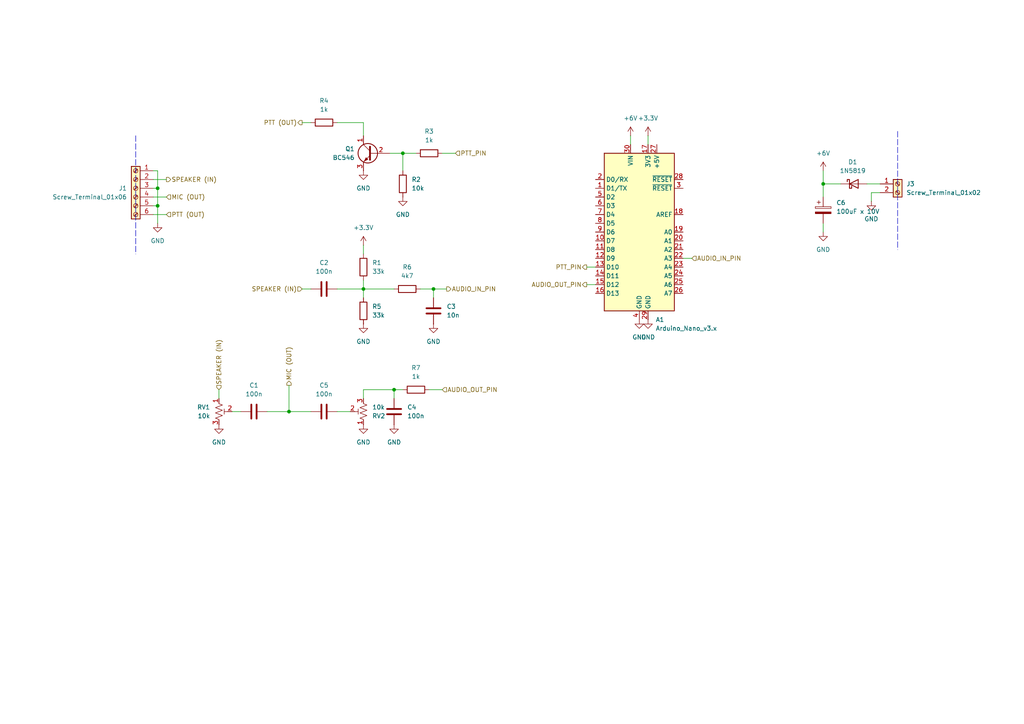
<source format=kicad_sch>
(kicad_sch (version 20231120) (generator "eeschema") (generator_version "8.0")
  (paper "A4")
  (title_block (title "Simple Repeater Controller") (date "2025-01-20") (company "LW6DIO | locosporlaradio.com.ar") (comment 1 "banda cruzada de bajo costo") (comment 2 "Controladora simple para repetidora"))
  (lib_symbols
    (symbol "Connector:Screw_Terminal_01x02" (pin_names (offset 1.016) hide)
      (property "Reference" "J" (at 0 2.54 0))
      (property "Value" "Screw_Terminal_01x02" (at 0 -5.08 0))
      (symbol "Screw_Terminal_01x02_1_1"
        (rectangle (start -1.27 1.27) (end 1.27 -3.81) (stroke (width 0.254)) (fill (type background)))
        (circle (center 0 -2.54) (radius 0.635) (stroke (width 0.1524)))
        (polyline (pts (xy -0.5334 -2.2098) (xy 0.3302 -3.048)) (stroke (width 0.1524)))
        (polyline (pts (xy -0.5334 0.3302) (xy 0.3302 -0.508)) (stroke (width 0.1524)))
        (polyline (pts (xy -0.3556 -2.032) (xy 0.508 -2.8702)) (stroke (width 0.1524)))
        (polyline (pts (xy -0.3556 0.508) (xy 0.508 -0.3302)) (stroke (width 0.1524)))
        (circle (center 0 0) (radius 0.635) (stroke (width 0.1524)))
        (pin passive line (at -5.08 0 0) (length 3.81) (name "Pin_1") (number "1"))
        (pin passive line (at -5.08 -2.54 0) (length 3.81) (name "Pin_2") (number "2"))
      )
    )
    (symbol "Connector:Screw_Terminal_01x06" (pin_names (offset 1.016) hide)
      (property "Reference" "J" (at 0 7.62 0))
      (property "Value" "Screw_Terminal_01x06" (at 0 -10.16 0))
      (symbol "Screw_Terminal_01x06_1_1"
        (rectangle (start -1.27 6.35) (end 1.27 -8.89) (stroke (width 0.254)) (fill (type background)))
        (circle (center 0 -7.62) (radius 0.635) (stroke (width 0.1524)))
        (circle (center 0 -5.08) (radius 0.635) (stroke (width 0.1524)))
        (circle (center 0 -2.54) (radius 0.635) (stroke (width 0.1524)))
        (polyline (pts (xy -0.5334 -7.2898) (xy 0.3302 -8.128)) (stroke (width 0.1524)))
        (polyline (pts (xy -0.5334 -4.7498) (xy 0.3302 -5.588)) (stroke (width 0.1524)))
        (polyline (pts (xy -0.5334 -2.2098) (xy 0.3302 -3.048)) (stroke (width 0.1524)))
        (polyline (pts (xy -0.5334 0.3302) (xy 0.3302 -0.508)) (stroke (width 0.1524)))
        (polyline (pts (xy -0.5334 2.8702) (xy 0.3302 2.032)) (stroke (width 0.1524)))
        (polyline (pts (xy -0.5334 5.4102) (xy 0.3302 4.572)) (stroke (width 0.1524)))
        (polyline (pts (xy -0.3556 -7.112) (xy 0.508 -7.9502)) (stroke (width 0.1524)))
        (polyline (pts (xy -0.3556 -4.572) (xy 0.508 -5.4102)) (stroke (width 0.1524)))
        (polyline (pts (xy -0.3556 -2.032) (xy 0.508 -2.8702)) (stroke (width 0.1524)))
        (polyline (pts (xy -0.3556 0.508) (xy 0.508 -0.3302)) (stroke (width 0.1524)))
        (polyline (pts (xy -0.3556 3.048) (xy 0.508 2.2098)) (stroke (width 0.1524)))
        (polyline (pts (xy -0.3556 5.588) (xy 0.508 4.7498)) (stroke (width 0.1524)))
        (circle (center 0 0) (radius 0.635) (stroke (width 0.1524)))
        (circle (center 0 2.54) (radius 0.635) (stroke (width 0.1524)))
        (circle (center 0 5.08) (radius 0.635) (stroke (width 0.1524)))
        (pin passive line (at -5.08 5.08 0) (length 3.81) (name "Pin_1") (number "1"))
        (pin passive line (at -5.08 2.54 0) (length 3.81) (name "Pin_2") (number "2"))
        (pin passive line (at -5.08 0 0) (length 3.81) (name "Pin_3") (number "3"))
        (pin passive line (at -5.08 -2.54 0) (length 3.81) (name "Pin_4") (number "4"))
        (pin passive line (at -5.08 -5.08 0) (length 3.81) (name "Pin_5") (number "5"))
        (pin passive line (at -5.08 -7.62 0) (length 3.81) (name "Pin_6") (number "6"))
      )
    )
    (symbol "Device:C" (pin_numbers hide) (pin_names (offset 0.254))
      (property "Reference" "C" (at 0.635 2.54 0))
      (property "Value" "C" (at 0.635 -2.54 0))
      (symbol "C_0_1"
        (polyline (pts (xy -2.032 -0.762) (xy 2.032 -0.762)) (stroke (width 0.508)))
        (polyline (pts (xy -2.032 0.762) (xy 2.032 0.762)) (stroke (width 0.508)))
      )
      (symbol "C_1_1"
        (pin passive line (at 0 3.81 270) (length 2.794) (name "~") (number "1"))
        (pin passive line (at 0 -3.81 90) (length 2.794) (name "~") (number "2"))
      )
    )
    (symbol "Device:C_Polarized" (pin_numbers hide) (pin_names (offset 0.254))
      (property "Reference" "C" (at 0.635 2.54 0))
      (property "Value" "C_Polarized" (at 0.635 -2.54 0))
      (symbol "C_Polarized_0_1"
        (rectangle (start -2.286 0.508) (end 2.286 1.016))
        (polyline (pts (xy -1.778 2.286) (xy -0.762 2.286)))
        (polyline (pts (xy -1.27 2.794) (xy -1.27 1.778)))
        (rectangle (start 2.286 -0.508) (end -2.286 -1.016) (fill (type outline)))
      )
      (symbol "C_Polarized_1_1"
        (pin passive line (at 0 3.81 270) (length 2.794) (name "~") (number "1"))
        (pin passive line (at 0 -3.81 90) (length 2.794) (name "~") (number "2"))
      )
    )
    (symbol "Device:R" (pin_numbers hide) (pin_names (offset 0))
      (property "Reference" "R" (at 2.032 0 90))
      (property "Value" "R" (at 0 0 90))
      (symbol "R_0_1"
        (rectangle (start -1.016 -2.54) (end 1.016 2.54) (stroke (width 0.254)))
      )
      (symbol "R_1_1"
        (pin passive line (at 0 3.81 270) (length 1.27) (name "~") (number "1"))
        (pin passive line (at 0 -3.81 90) (length 1.27) (name "~") (number "2"))
      )
    )
    (symbol "Device:R_Potentiometer_Trim_US" (pin_names (offset 1.016) hide)
      (property "Reference" "RV" (at -4.445 0 90))
      (property "Value" "R_Potentiometer_Trim_US" (at -2.54 0 90))
      (symbol "R_Potentiometer_Trim_US_0_1"
        (polyline (pts (xy 0 -2.286) (xy 0 -2.54)))
        (polyline (pts (xy 0 2.286) (xy 0 2.54)))
        (polyline (pts (xy 1.524 0.762) (xy 1.524 -0.762)))
        (polyline (pts (xy 2.54 0) (xy 1.524 0)))
        (polyline (pts (xy 0 -0.762) (xy 1.016 -1.143) (xy 0 -1.524) (xy -1.016 -1.905) (xy 0 -2.286)))
        (polyline (pts (xy 0 0.762) (xy 1.016 0.381) (xy 0 0) (xy -1.016 -0.381) (xy 0 -0.762)))
        (polyline (pts (xy 0 2.286) (xy 1.016 1.905) (xy 0 1.524) (xy -1.016 1.143) (xy 0 0.762)))
      )
      (symbol "R_Potentiometer_Trim_US_1_1"
        (pin passive line (at 0 3.81 270) (length 1.27) (name "1") (number "1"))
        (pin passive line (at 3.81 0 180) (length 1.27) (name "2") (number "2"))
        (pin passive line (at 0 -3.81 90) (length 1.27) (name "3") (number "3"))
      )
    )
    (symbol "Diode:1N5819" (pin_numbers hide) (pin_names (offset 1.016) hide)
      (property "Reference" "D" (at 0 2.54 0))
      (property "Value" "1N5819" (at 0 -2.54 0))
      (symbol "1N5819_0_1"
        (polyline (pts (xy 1.27 0) (xy -1.27 0)))
        (polyline (pts (xy 1.27 1.27) (xy 1.27 -1.27) (xy -1.27 0) (xy 1.27 1.27)) (stroke (width 0.254)))
        (polyline (pts (xy -1.905 0.635) (xy -1.905 1.27) (xy -1.27 1.27) (xy -1.27 -1.27) (xy -0.635 -1.27) (xy -0.635 -0.635)) (stroke (width 0.254)))
      )
      (symbol "1N5819_1_1"
        (pin passive line (at -3.81 0 0) (length 2.54) (name "K") (number "1"))
        (pin passive line (at 3.81 0 180) (length 2.54) (name "A") (number "2"))
      )
    )
    (symbol "MCU_Module:Arduino_Nano_v3.x"
      (property "Reference" "A" (at -10.16 23.495 0))
      (property "Value" "Arduino_Nano_v3.x" (at 5.08 -24.13 0))
      (symbol "Arduino_Nano_v3.x_0_1"
        (rectangle (start -10.16 22.86) (end 10.16 -22.86) (stroke (width 0.254)) (fill (type background)))
      )
      (symbol "Arduino_Nano_v3.x_1_1"
        (pin bidirectional line (at -12.7 12.7 0) (length 2.54) (name "D1/TX") (number "1"))
        (pin bidirectional line (at -12.7 -2.54 0) (length 2.54) (name "D7") (number "10"))
        (pin bidirectional line (at -12.7 -5.08 0) (length 2.54) (name "D8") (number "11"))
        (pin bidirectional line (at -12.7 -7.62 0) (length 2.54) (name "D9") (number "12"))
        (pin bidirectional line (at -12.7 -10.16 0) (length 2.54) (name "D10") (number "13"))
        (pin bidirectional line (at -12.7 -12.7 0) (length 2.54) (name "D11") (number "14"))
        (pin bidirectional line (at -12.7 -15.24 0) (length 2.54) (name "D12") (number "15"))
        (pin bidirectional line (at -12.7 -17.78 0) (length 2.54) (name "D13") (number "16"))
        (pin power_out line (at 2.54 25.4 270) (length 2.54) (name "3V3") (number "17"))
        (pin input line (at 12.7 5.08 180) (length 2.54) (name "AREF") (number "18"))
        (pin bidirectional line (at 12.7 0 180) (length 2.54) (name "A0") (number "19"))
        (pin bidirectional line (at -12.7 15.24 0) (length 2.54) (name "D0/RX") (number "2"))
        (pin bidirectional line (at 12.7 -2.54 180) (length 2.54) (name "A1") (number "20"))
        (pin bidirectional line (at 12.7 -5.08 180) (length 2.54) (name "A2") (number "21"))
        (pin bidirectional line (at 12.7 -7.62 180) (length 2.54) (name "A3") (number "22"))
        (pin bidirectional line (at 12.7 -10.16 180) (length 2.54) (name "A4") (number "23"))
        (pin bidirectional line (at 12.7 -12.7 180) (length 2.54) (name "A5") (number "24"))
        (pin bidirectional line (at 12.7 -15.24 180) (length 2.54) (name "A6") (number "25"))
        (pin bidirectional line (at 12.7 -17.78 180) (length 2.54) (name "A7") (number "26"))
        (pin power_out line (at 5.08 25.4 270) (length 2.54) (name "+5V") (number "27"))
        (pin input line (at 12.7 15.24 180) (length 2.54) (name "~{RESET}") (number "28"))
        (pin power_in line (at 2.54 -25.4 90) (length 2.54) (name "GND") (number "29"))
        (pin input line (at 12.7 12.7 180) (length 2.54) (name "~{RESET}") (number "3"))
        (pin power_in line (at -2.54 25.4 270) (length 2.54) (name "VIN") (number "30"))
        (pin power_in line (at 0 -25.4 90) (length 2.54) (name "GND") (number "4"))
        (pin bidirectional line (at -12.7 10.16 0) (length 2.54) (name "D2") (number "5"))
        (pin bidirectional line (at -12.7 7.62 0) (length 2.54) (name "D3") (number "6"))
        (pin bidirectional line (at -12.7 5.08 0) (length 2.54) (name "D4") (number "7"))
        (pin bidirectional line (at -12.7 2.54 0) (length 2.54) (name "D5") (number "8"))
        (pin bidirectional line (at -12.7 0 0) (length 2.54) (name "D6") (number "9"))
      )
    )
    (symbol "Transistor_BJT:BC546" (pin_names (offset 0) hide)
      (property "Reference" "Q" (at 5.08 1.905 0))
      (property "Value" "BC546" (at 5.08 0 0))
      (symbol "BC546_0_1"
        (polyline (pts (xy 0 0) (xy 0.635 0)))
        (polyline (pts (xy 0.635 0.635) (xy 2.54 2.54)))
        (polyline (pts (xy 0.635 -0.635) (xy 2.54 -2.54) (xy 2.54 -2.54)))
        (polyline (pts (xy 0.635 1.905) (xy 0.635 -1.905) (xy 0.635 -1.905)) (stroke (width 0.508)))
        (polyline (pts (xy 1.27 -1.778) (xy 1.778 -1.27) (xy 2.286 -2.286) (xy 1.27 -1.778) (xy 1.27 -1.778)) (fill (type outline)))
        (circle (center 1.27 0) (radius 2.8194) (stroke (width 0.254)))
      )
      (symbol "BC546_1_1"
        (pin passive line (at 2.54 5.08 270) (length 2.54) (name "C") (number "1"))
        (pin input line (at -5.08 0 0) (length 5.08) (name "B") (number "2"))
        (pin passive line (at 2.54 -5.08 90) (length 2.54) (name "E") (number "3"))
      )
    )
    (symbol "power:+3.3V" (power) (pin_numbers hide) (pin_names (offset 0) hide)
      (property "Value" "+3.3V" (at 0 3.556 0))
      (symbol "+3.3V_0_1"
        (polyline (pts (xy -0.762 1.27) (xy 0 2.54)))
        (polyline (pts (xy 0 0) (xy 0 2.54)))
        (polyline (pts (xy 0 2.54) (xy 0.762 1.27)))
      )
      (symbol "+3.3V_1_1"
        (pin power_in line (at 0 0 90) (length 0) (name "~") (number "1"))
      )
    )
    (symbol "power:+6V" (power) (pin_numbers hide) (pin_names (offset 0) hide)
      (property "Value" "+6V" (at 0 3.556 0))
      (symbol "+6V_0_1"
        (polyline (pts (xy -0.762 1.27) (xy 0 2.54)))
        (polyline (pts (xy 0 0) (xy 0 2.54)))
        (polyline (pts (xy 0 2.54) (xy 0.762 1.27)))
      )
      (symbol "+6V_1_1"
        (pin power_in line (at 0 0 90) (length 0) (name "~") (number "1"))
      )
    )
    (symbol "power:GND" (power) (pin_numbers hide) (pin_names (offset 0) hide)
      (property "Value" "GND" (at 0 -3.81 0))
      (symbol "GND_0_1"
        (polyline (pts (xy 0 0) (xy 0 -1.27) (xy 1.27 -1.27) (xy 0 -2.54) (xy -1.27 -1.27) (xy 0 -1.27)))
      )
      (symbol "GND_1_1"
        (pin power_in line (at 0 0 270) (length 0) (name "~") (number "1"))
      )
    )
  )
  (junction (at 238.76 53.34))
  (junction (at 83.82 119.38))
  (junction (at 105.41 83.82))
  (junction (at 45.72 54.61))
  (junction (at 125.73 83.82))
  (junction (at 114.3 113.03))
  (junction (at 45.72 59.69))
  (junction (at 116.84 44.45))
  (wire (pts (xy 67.31 119.38) (xy 69.85 119.38)))
  (wire (pts (xy 251.46 53.34) (xy 255.27 53.34)))
  (wire (pts (xy 128.27 44.45) (xy 132.08 44.45)))
  (wire (pts (xy 116.84 113.03) (xy 114.3 113.03)))
  (wire (pts (xy 44.45 57.15) (xy 48.26 57.15)))
  (wire (pts (xy 87.63 35.56) (xy 90.17 35.56)))
  (wire (pts (xy 105.41 35.56) (xy 105.41 39.37)))
  (polyline (pts (xy 260.35 38.1) (xy 260.35 72.39)) (stroke (width 0) (type dash)))
  (wire (pts (xy 83.82 111.76) (xy 83.82 119.38)))
  (wire (pts (xy 170.18 77.47) (xy 172.72 77.47)))
  (wire (pts (xy 121.92 83.82) (xy 125.73 83.82)))
  (wire (pts (xy 182.88 39.37) (xy 182.88 41.91)))
  (wire (pts (xy 120.65 44.45) (xy 116.84 44.45)))
  (wire (pts (xy 116.84 44.45) (xy 113.03 44.45)))
  (wire (pts (xy 252.73 55.88) (xy 252.73 58.42)))
  (wire (pts (xy 105.41 113.03) (xy 105.41 115.57)))
  (wire (pts (xy 170.18 82.55) (xy 172.72 82.55)))
  (wire (pts (xy 63.5 113.03) (xy 63.5 115.57)))
  (wire (pts (xy 238.76 64.77) (xy 238.76 67.31)))
  (wire (pts (xy 124.46 113.03) (xy 128.27 113.03)))
  (wire (pts (xy 44.45 59.69) (xy 45.72 59.69)))
  (wire (pts (xy 105.41 83.82) (xy 114.3 83.82)))
  (wire (pts (xy 45.72 64.77) (xy 45.72 59.69)))
  (wire (pts (xy 45.72 59.69) (xy 45.72 54.61)))
  (wire (pts (xy 45.72 49.53) (xy 44.45 49.53)))
  (wire (pts (xy 114.3 113.03) (xy 114.3 115.57)))
  (wire (pts (xy 87.63 83.82) (xy 90.17 83.82)))
  (wire (pts (xy 44.45 54.61) (xy 45.72 54.61)))
  (wire (pts (xy 44.45 62.23) (xy 48.26 62.23)))
  (wire (pts (xy 97.79 119.38) (xy 101.6 119.38)))
  (wire (pts (xy 255.27 55.88) (xy 252.73 55.88)))
  (wire (pts (xy 105.41 83.82) (xy 105.41 86.36)))
  (wire (pts (xy 105.41 71.12) (xy 105.41 73.66)))
  (wire (pts (xy 44.45 52.07) (xy 48.26 52.07)))
  (polyline (pts (xy 39.37 39.37) (xy 39.37 73.66)) (stroke (width 0) (type dash)))
  (wire (pts (xy 243.84 53.34) (xy 238.76 53.34)))
  (wire (pts (xy 105.41 81.28) (xy 105.41 83.82)))
  (wire (pts (xy 198.12 74.93) (xy 200.66 74.93)))
  (wire (pts (xy 238.76 53.34) (xy 238.76 57.15)))
  (wire (pts (xy 187.96 39.37) (xy 187.96 41.91)))
  (wire (pts (xy 83.82 119.38) (xy 90.17 119.38)))
  (wire (pts (xy 77.47 119.38) (xy 83.82 119.38)))
  (wire (pts (xy 97.79 83.82) (xy 105.41 83.82)))
  (wire (pts (xy 125.73 83.82) (xy 125.73 86.36)))
  (wire (pts (xy 125.73 83.82) (xy 129.54 83.82)))
  (wire (pts (xy 238.76 49.53) (xy 238.76 53.34)))
  (wire (pts (xy 114.3 113.03) (xy 105.41 113.03)))
  (wire (pts (xy 116.84 44.45) (xy 116.84 49.53)))
  (wire (pts (xy 45.72 54.61) (xy 45.72 49.53)))
  (wire (pts (xy 97.79 35.56) (xy 105.41 35.56)))
  (hierarchical_label "SPEAKER (IN)" (shape input) (at 87.63 83.82 180))
  (hierarchical_label "PTT_PIN" (shape input) (at 132.08 44.45 0))
  (hierarchical_label "AUDIO_IN_PIN" (shape output) (at 129.54 83.82 0))
  (hierarchical_label "AUDIO_OUT_PIN" (shape input) (at 128.27 113.03 0))
  (hierarchical_label "PTT (OUT)" (shape output) (at 87.63 35.56 180))
  (hierarchical_label "MIC (OUT)" (shape output) (at 83.82 111.76 90))
  (hierarchical_label "AUDIO_IN_PIN" (shape input) (at 200.66 74.93 0))
  (hierarchical_label "PTT (OUT)" (shape input) (at 48.26 62.23 0))
  (hierarchical_label "SPEAKER (IN)" (shape output) (at 48.26 52.07 0))
  (hierarchical_label "AUDIO_OUT_PIN" (shape output) (at 170.18 82.55 180))
  (hierarchical_label "PTT_PIN" (shape output) (at 170.18 77.47 180))
  (hierarchical_label "SPEAKER (IN)" (shape input) (at 63.5 113.03 90))
  (hierarchical_label "MIC (OUT)" (shape input) (at 48.26 57.15 0))
  (symbol (lib_id "power:GND") (at 45.72 64.77 0) (unit 1)
    (property "Reference" "#PWR012" (effects (hide yes)))
    (property "Value" "GND" (at 45.72 69.85 0))
    (property "Description" "Power symbol creates a global label with name \"GND\" , ground" (effects (hide yes)))
  )
  (symbol (lib_id "Device:C_Polarized") (at 238.76 60.96 0) (unit 1)
    (property "Reference" "C6" (at 242.57 58.8009 0) (effects (justify left)))
    (property "Value" "100uF x 10V" (at 242.57 61.3409 0) (effects (justify left)))
    (property "Description" "Polarized capacitor" (effects (hide yes)))
  )
  (symbol (lib_id "power:GND") (at 116.84 57.15 0) (mirror y) (unit 1)
    (property "Reference" "#PWR02" (effects (hide yes)))
    (property "Value" "GND" (at 116.84 62.23 0))
    (property "Description" "Power symbol creates a global label with name \"GND\" , ground" (effects (hide yes)))
  )
  (symbol (lib_id "Device:R") (at 93.98 35.56 90) (mirror x) (unit 1)
    (property "Reference" "R4" (at 93.98 29.21 90))
    (property "Value" "1k" (at 93.98 31.75 90))
    (property "Description" "Resistor" (effects (hide yes)))
  )
  (symbol (lib_id "power:+6V") (at 182.88 39.37 0) (unit 1)
    (property "Reference" "#PWR013" (effects (hide yes)))
    (property "Value" "+6V" (at 182.88 34.29 0))
    (property "Description" "Power symbol creates a global label with name \"+6V\"" (effects (hide yes)))
  )
  (symbol (lib_id "Device:C") (at 93.98 83.82 90) (unit 1)
    (property "Reference" "C2" (at 93.98 76.2 90))
    (property "Value" "100n" (at 93.98 78.74 90))
    (property "Description" "Unpolarized capacitor" (effects (hide yes)))
  )
  (symbol (lib_id "power:GND") (at 105.41 93.98 0) (unit 1)
    (property "Reference" "#PWR06" (effects (hide yes)))
    (property "Value" "GND" (at 105.41 99.06 0))
    (property "Description" "Power symbol creates a global label with name \"GND\" , ground" (effects (hide yes)))
  )
  (symbol (lib_id "Device:C") (at 114.3 119.38 180) (unit 1)
    (property "Reference" "C4" (at 118.11 118.1099 0) (effects (justify right)))
    (property "Value" "100n" (at 118.11 120.6499 0) (effects (justify right)))
    (property "Description" "Unpolarized capacitor" (effects (hide yes)))
  )
  (symbol (lib_id "Connector:Screw_Terminal_01x02") (at 260.35 53.34 0) (unit 1)
    (property "Reference" "J3" (at 262.89 53.3399 0) (effects (justify left)))
    (property "Value" "Screw_Terminal_01x02" (at 262.89 55.8799 0) (effects (justify left)))
    (property "Description" "Generic screw terminal, single row, 01x02, script generated (kicad-library-utils/schlib/autogen/connector/)" (effects (hide yes)))
  )
  (symbol (lib_id "Device:R") (at 118.11 83.82 90) (unit 1)
    (property "Reference" "R6" (at 118.11 77.47 90))
    (property "Value" "4k7" (at 118.11 80.01 90))
    (property "Description" "Resistor" (effects (hide yes)))
  )
  (symbol (lib_id "power:GND") (at 105.41 123.19 0) (unit 1)
    (property "Reference" "#PWR04" (effects (hide yes)))
    (property "Value" "GND" (at 105.41 128.27 0))
    (property "Description" "Power symbol creates a global label with name \"GND\" , ground" (effects (hide yes)))
  )
  (symbol (lib_id "Transistor_BJT:BC546") (at 107.95 44.45 0) (mirror y) (unit 1)
    (property "Reference" "Q1" (at 102.87 43.1799 0) (effects (justify left)))
    (property "Value" "BC546" (at 102.87 45.7199 0) (effects (justify left)))
    (property "Footprint" "Package_TO_SOT_THT:TO-92_Inline" (effects (hide yes)))
    (property "Datasheet" "https://www.onsemi.com/pub/Collateral/BC550-D.pdf" (effects (hide yes)))
    (property "Description" "0.1A Ic, 65V Vce, Small Signal NPN Transistor, TO-92" (effects (hide yes)))
  )
  (symbol (lib_id "power:GND") (at 114.3 123.19 0) (unit 1)
    (property "Reference" "#PWR03" (effects (hide yes)))
    (property "Value" "GND" (at 114.3 128.27 0))
    (property "Description" "Power symbol creates a global label with name \"GND\" , ground" (effects (hide yes)))
  )
  (symbol (lib_id "Device:C") (at 125.73 90.17 180) (unit 1)
    (property "Reference" "C3" (at 129.54 88.8999 0) (effects (justify right)))
    (property "Value" "10n" (at 129.54 91.4399 0) (effects (justify right)))
    (property "Description" "Unpolarized capacitor" (effects (hide yes)))
  )
  (symbol (lib_id "power:GND") (at 187.96 92.71 0) (mirror y) (unit 1)
    (property "Reference" "#PWR09" (effects (hide yes)))
    (property "Value" "GND" (at 187.96 97.79 0))
    (property "Description" "Power symbol creates a global label with name \"GND\" , ground" (effects (hide yes)))
  )
  (symbol (lib_id "Device:R") (at 116.84 53.34 0) (mirror y) (unit 1)
    (property "Reference" "R2" (at 119.38 52.0699 0) (effects (justify right)))
    (property "Value" "10k" (at 119.38 54.6099 0) (effects (justify right)))
    (property "Description" "Resistor" (effects (hide yes)))
  )
  (symbol (lib_id "power:GND") (at 105.41 49.53 0) (mirror y) (unit 1)
    (property "Reference" "#PWR01" (effects (hide yes)))
    (property "Value" "GND" (at 105.41 54.61 0))
    (property "Description" "Power symbol creates a global label with name \"GND\" , ground" (effects (hide yes)))
  )
  (symbol (lib_id "Device:R_Potentiometer_Trim_US") (at 63.5 119.38 0) (unit 1)
    (property "Reference" "RV1" (at 60.96 118.1099 0) (effects (justify right)))
    (property "Value" "10k" (at 60.96 120.6499 0) (effects (justify right)))
    (property "Description" "Trim-potentiometer, US symbol" (effects (hide yes)))
  )
  (symbol (lib_id "Device:R") (at 105.41 77.47 0) (unit 1)
    (property "Reference" "R1" (at 107.95 76.1999 0) (effects (justify left)))
    (property "Value" "33k" (at 107.95 78.7399 0) (effects (justify left)))
    (property "Description" "Resistor" (effects (hide yes)))
  )
  (symbol (lib_id "power:GND") (at 125.73 93.98 0) (unit 1)
    (property "Reference" "#PWR05" (effects (hide yes)))
    (property "Value" "GND" (at 125.73 99.06 0))
    (property "Description" "Power symbol creates a global label with name \"GND\" , ground" (effects (hide yes)))
  )
  (symbol (lib_id "Device:R") (at 105.41 90.17 0) (unit 1)
    (property "Reference" "R5" (at 107.95 88.8999 0) (effects (justify left)))
    (property "Value" "33k" (at 107.95 91.4399 0) (effects (justify left)))
    (property "Description" "Resistor" (effects (hide yes)))
  )
  (symbol (lib_id "power:+3.3V") (at 105.41 71.12 0) (unit 1)
    (property "Reference" "#PWR011" (effects (hide yes)))
    (property "Value" "+3.3V" (at 105.41 66.04 0))
    (property "Description" "Power symbol creates a global label with name \"+3.3V\"" (effects (hide yes)))
  )
  (symbol (lib_id "Device:C") (at 93.98 119.38 90) (unit 1)
    (property "Reference" "C5" (at 93.98 111.76 90))
    (property "Value" "100n" (at 93.98 114.3 90))
    (property "Description" "Unpolarized capacitor" (effects (hide yes)))
  )
  (symbol (lib_id "power:+3.3V") (at 187.96 39.37 0) (unit 1)
    (property "Reference" "#PWR010" (effects (hide yes)))
    (property "Value" "+3.3V" (at 187.96 34.29 0))
    (property "Description" "Power symbol creates a global label with name \"+3.3V\"" (effects (hide yes)))
  )
  (symbol (lib_id "power:+6V") (at 238.76 49.53 0) (unit 1)
    (property "Reference" "#PWR017" (effects (hide yes)))
    (property "Value" "+6V" (at 238.76 44.45 0))
    (property "Description" "Power symbol creates a global label with name \"+6V\"" (effects (hide yes)))
  )
  (symbol (lib_id "power:GND") (at 238.76 67.31 0) (unit 1)
    (property "Reference" "#PWR015" (effects (hide yes)))
    (property "Value" "GND" (at 238.76 72.39 0))
    (property "Description" "Power symbol creates a global label with name \"GND\" , ground" (effects (hide yes)))
  )
  (symbol (lib_id "Device:C") (at 73.66 119.38 90) (unit 1)
    (property "Reference" "C1" (at 73.66 111.76 90))
    (property "Value" "100n" (at 73.66 114.3 90))
    (property "Description" "Unpolarized capacitor" (effects (hide yes)))
  )
  (symbol (lib_id "power:GND") (at 63.5 123.19 0) (unit 1)
    (property "Reference" "#PWR07" (effects (hide yes)))
    (property "Value" "GND" (at 63.5 128.27 0))
    (property "Description" "Power symbol creates a global label with name \"GND\" , ground" (effects (hide yes)))
  )
  (symbol (lib_id "Diode:1N5819") (at 247.65 53.34 0) (unit 1)
    (property "Reference" "D1" (at 247.3325 46.99 0))
    (property "Value" "1N5819" (at 247.3325 49.53 0))
    (property "Footprint" "Diode_THT:D_DO-41_SOD81_P10.16mm_Horizontal" (effects (hide yes)))
    (property "Datasheet" "http://www.vishay.com/docs/88525/1n5817.pdf" (effects (hide yes)))
    (property "Description" "40V 1A Schottky Barrier Rectifier Diode, DO-41" (effects (hide yes)))
  )
  (symbol (lib_id "Connector:Screw_Terminal_01x06") (at 39.37 54.61 0) (mirror y) (unit 1)
    (property "Reference" "J1" (at 36.83 54.6099 0) (effects (justify left)))
    (property "Value" "Screw_Terminal_01x06" (at 36.83 57.1499 0) (effects (justify left)))
    (property "Description" "Generic screw terminal, single row, 01x06, script generated (kicad-library-utils/schlib/autogen/connector/)" (effects (hide yes)))
  )
  (symbol (lib_id "power:GND") (at 185.42 92.71 0) (mirror y) (unit 1)
    (property "Reference" "#PWR08" (effects (hide yes)))
    (property "Value" "GND" (at 185.42 97.79 0))
    (property "Description" "Power symbol creates a global label with name \"GND\" , ground" (effects (hide yes)))
  )
  (symbol (lib_id "MCU_Module:Arduino_Nano_v3.x") (at 185.42 67.31 0) (unit 1)
    (property "Reference" "A1" (at 190.1541 92.71 0) (effects (justify left)))
    (property "Value" "Arduino_Nano_v3.x" (at 190.1541 95.25 0) (effects (justify left)))
    (property "Footprint" "Module:Arduino_Nano" (effects (hide yes)))
    (property "Datasheet" "http://www.mouser.com/pdfdocs/Gravitech_Arduino_Nano3_0.pdf" (effects (hide yes)))
    (property "Description" "Arduino Nano v3.x" (effects (hide yes)))
  )
  (symbol (lib_id "Device:R") (at 120.65 113.03 90) (unit 1)
    (property "Reference" "R7" (at 120.65 106.68 90))
    (property "Value" "1k" (at 120.65 109.22 90))
    (property "Description" "Resistor" (effects (hide yes)))
  )
  (symbol (lib_id "power:GND") (at 252.73 58.42 0) (unit 1)
    (property "Reference" "#PWR014" (effects (hide yes)))
    (property "Value" "GND" (at 252.73 63.5 0))
    (property "Description" "Power symbol creates a global label with name \"GND\" , ground" (effects (hide yes)))
  )
  (symbol (lib_id "Device:R_Potentiometer_Trim_US") (at 105.41 119.38 180) (unit 1)
    (property "Reference" "RV2" (at 107.95 120.6501 0) (effects (justify right)))
    (property "Value" "10k" (at 107.95 118.1101 0) (effects (justify right)))
    (property "Description" "Trim-potentiometer, US symbol" (effects (hide yes)))
  )
  (symbol (lib_id "Device:R") (at 124.46 44.45 270) (mirror x) (unit 1)
    (property "Reference" "R3" (at 124.46 38.1 90))
    (property "Value" "1k" (at 124.46 40.64 90))
    (property "Description" "Resistor" (effects (hide yes)))
  )
)
</source>
